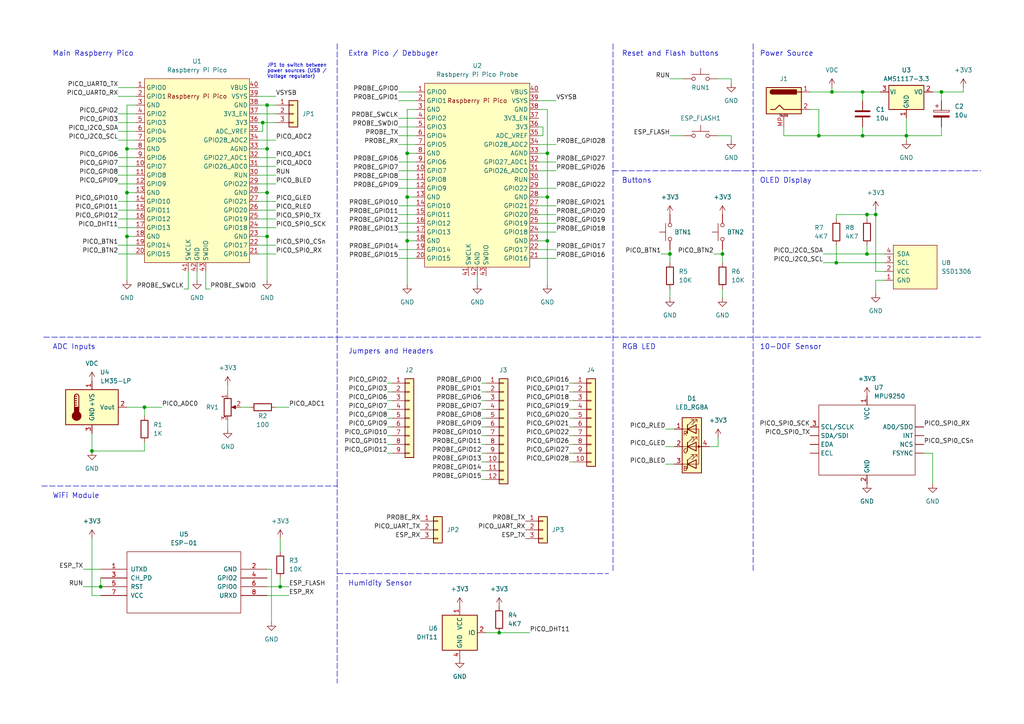
<source format=kicad_sch>
(kicad_sch (version 20211123) (generator eeschema)
  (paper "A4")
  (lib_symbols
    (symbol "Adafruit_Sensors:MPU9250"
      (property "Reference" "U" (at 0 0 0))
      (property "Value" "MPU9250" (at 0 0 0))
      (symbol "MPU9250_0_1"
        (rectangle (start -13.97 -6.35) (end 13.97 -26.67))
      )
      (symbol "MPU9250_1_1"
        (pin input line (at 16.51 -12.7 180) (length 2.54) (name "AD0/SDO") (number ""))
        (pin input line (at -16.51 -20.32 0) (length 2.54) (name "ECL") (number ""))
        (pin input line (at -16.51 -17.78 0) (length 2.54) (name "EDA") (number ""))
        (pin input line (at 16.51 -20.32 180) (length 2.54) (name "FSYNC") (number ""))
        (pin input line (at 16.51 -15.24 180) (length 2.54) (name "INT") (number ""))
        (pin input line (at 16.51 -17.78 180) (length 2.54) (name "NCS") (number ""))
        (pin input line (at -16.51 -15.24 0) (length 2.54) (name "SDA/SDI") (number ""))
        (pin input line (at 0 -3.81 270) (length 2.54) (name "VCC") (number "1"))
        (pin input line (at 0 -29.21 90) (length 2.54) (name "GND") (number "2"))
        (pin input line (at -16.51 -12.7 0) (length 2.54) (name "SCL/SCLK") (number "3"))
      )
    )
    (symbol "Connector:Barrel_Jack_MountingPin" (pin_names hide)
      (property "Reference" "J" (at 0 5.334 0))
      (property "Value" "Barrel_Jack_MountingPin" (at 1.27 -6.35 0))
      (symbol "Barrel_Jack_MountingPin_0_1"
        (rectangle (start -5.08 3.81) (end 5.08 -3.81) (stroke (width 0.254)) (fill (type background)))
        (arc (start -3.302 3.175) (mid -3.937 2.54) (end -3.302 1.905) (stroke (width 0.254)))
        (arc (start -3.302 3.175) (mid -3.937 2.54) (end -3.302 1.905) (stroke (width 0.254)) (fill (type outline)))
        (polyline (pts (xy 5.08 2.54) (xy 3.81 2.54)) (stroke (width 0.254)))
        (polyline (pts (xy -3.81 -2.54) (xy -2.54 -2.54) (xy -1.27 -1.27) (xy 0 -2.54) (xy 2.54 -2.54) (xy 5.08 -2.54)) (stroke (width 0.254)))
        (rectangle (start 3.683 3.175) (end -3.302 1.905) (stroke (width 0.254)) (fill (type outline)))
      )
      (symbol "Barrel_Jack_MountingPin_1_1"
        (polyline (pts (xy -1.016 -4.572) (xy 1.016 -4.572)) (stroke (width 0.1524)))
        (text "Mounting" (at 0 -4.191 0) (effects (font (size 0.381 0.381))))
        (pin passive line (at 7.62 2.54 180) (length 2.54) (name "~") (number "1"))
        (pin passive line (at 7.62 -2.54 180) (length 2.54) (name "~") (number "2"))
        (pin passive line (at 0 -7.62 90) (length 3.048) (name "MountPin") (number "MP"))
      )
    )
    (symbol "Connector_Generic:Conn_01x03" (pin_names (offset 1.016) hide)
      (property "Reference" "J" (at 0 5.08 0))
      (property "Value" "Conn_01x03" (at 0 -5.08 0))
      (symbol "Conn_01x03_1_1"
        (rectangle (start -1.27 -2.413) (end 0 -2.667) (stroke (width 0.1524)))
        (rectangle (start -1.27 0.127) (end 0 -0.127) (stroke (width 0.1524)))
        (rectangle (start -1.27 2.667) (end 0 2.413) (stroke (width 0.1524)))
        (rectangle (start -1.27 3.81) (end 1.27 -3.81) (stroke (width 0.254)) (fill (type background)))
        (pin passive line (at -5.08 2.54 0) (length 3.81) (name "Pin_1") (number "1"))
        (pin passive line (at -5.08 0 0) (length 3.81) (name "Pin_2") (number "2"))
        (pin passive line (at -5.08 -2.54 0) (length 3.81) (name "Pin_3") (number "3"))
      )
    )
    (symbol "Connector_Generic:Conn_01x09" (pin_names (offset 1.016) hide)
      (property "Reference" "J" (at 0 12.7 0))
      (property "Value" "Conn_01x09" (at 0 -12.7 0))
      (symbol "Conn_01x09_1_1"
        (rectangle (start -1.27 -10.033) (end 0 -10.287) (stroke (width 0.1524)))
        (rectangle (start -1.27 -7.493) (end 0 -7.747) (stroke (width 0.1524)))
        (rectangle (start -1.27 -4.953) (end 0 -5.207) (stroke (width 0.1524)))
        (rectangle (start -1.27 -2.413) (end 0 -2.667) (stroke (width 0.1524)))
        (rectangle (start -1.27 0.127) (end 0 -0.127) (stroke (width 0.1524)))
        (rectangle (start -1.27 2.667) (end 0 2.413) (stroke (width 0.1524)))
        (rectangle (start -1.27 5.207) (end 0 4.953) (stroke (width 0.1524)))
        (rectangle (start -1.27 7.747) (end 0 7.493) (stroke (width 0.1524)))
        (rectangle (start -1.27 10.287) (end 0 10.033) (stroke (width 0.1524)))
        (rectangle (start -1.27 11.43) (end 1.27 -11.43) (stroke (width 0.254)) (fill (type background)))
        (pin passive line (at -5.08 10.16 0) (length 3.81) (name "Pin_1") (number "1"))
        (pin passive line (at -5.08 7.62 0) (length 3.81) (name "Pin_2") (number "2"))
        (pin passive line (at -5.08 5.08 0) (length 3.81) (name "Pin_3") (number "3"))
        (pin passive line (at -5.08 2.54 0) (length 3.81) (name "Pin_4") (number "4"))
        (pin passive line (at -5.08 0 0) (length 3.81) (name "Pin_5") (number "5"))
        (pin passive line (at -5.08 -2.54 0) (length 3.81) (name "Pin_6") (number "6"))
        (pin passive line (at -5.08 -5.08 0) (length 3.81) (name "Pin_7") (number "7"))
        (pin passive line (at -5.08 -7.62 0) (length 3.81) (name "Pin_8") (number "8"))
        (pin passive line (at -5.08 -10.16 0) (length 3.81) (name "Pin_9") (number "9"))
      )
    )
    (symbol "Connector_Generic:Conn_01x10" (pin_names (offset 1.016) hide)
      (property "Reference" "J" (at 0 12.7 0))
      (property "Value" "Conn_01x10" (at 0 -15.24 0))
      (symbol "Conn_01x10_1_1"
        (rectangle (start -1.27 -12.573) (end 0 -12.827) (stroke (width 0.1524)))
        (rectangle (start -1.27 -10.033) (end 0 -10.287) (stroke (width 0.1524)))
        (rectangle (start -1.27 -7.493) (end 0 -7.747) (stroke (width 0.1524)))
        (rectangle (start -1.27 -4.953) (end 0 -5.207) (stroke (width 0.1524)))
        (rectangle (start -1.27 -2.413) (end 0 -2.667) (stroke (width 0.1524)))
        (rectangle (start -1.27 0.127) (end 0 -0.127) (stroke (width 0.1524)))
        (rectangle (start -1.27 2.667) (end 0 2.413) (stroke (width 0.1524)))
        (rectangle (start -1.27 5.207) (end 0 4.953) (stroke (width 0.1524)))
        (rectangle (start -1.27 7.747) (end 0 7.493) (stroke (width 0.1524)))
        (rectangle (start -1.27 10.287) (end 0 10.033) (stroke (width 0.1524)))
        (rectangle (start -1.27 11.43) (end 1.27 -13.97) (stroke (width 0.254)) (fill (type background)))
        (pin passive line (at -5.08 10.16 0) (length 3.81) (name "Pin_1") (number "1"))
        (pin passive line (at -5.08 -12.7 0) (length 3.81) (name "Pin_10") (number "10"))
        (pin passive line (at -5.08 7.62 0) (length 3.81) (name "Pin_2") (number "2"))
        (pin passive line (at -5.08 5.08 0) (length 3.81) (name "Pin_3") (number "3"))
        (pin passive line (at -5.08 2.54 0) (length 3.81) (name "Pin_4") (number "4"))
        (pin passive line (at -5.08 0 0) (length 3.81) (name "Pin_5") (number "5"))
        (pin passive line (at -5.08 -2.54 0) (length 3.81) (name "Pin_6") (number "6"))
        (pin passive line (at -5.08 -5.08 0) (length 3.81) (name "Pin_7") (number "7"))
        (pin passive line (at -5.08 -7.62 0) (length 3.81) (name "Pin_8") (number "8"))
        (pin passive line (at -5.08 -10.16 0) (length 3.81) (name "Pin_9") (number "9"))
      )
    )
    (symbol "Connector_Generic:Conn_01x12" (pin_names (offset 1.016) hide)
      (property "Reference" "J" (at 0 15.24 0))
      (property "Value" "Conn_01x12" (at 0 -17.78 0))
      (symbol "Conn_01x12_1_1"
        (rectangle (start -1.27 -15.113) (end 0 -15.367) (stroke (width 0.1524)))
        (rectangle (start -1.27 -12.573) (end 0 -12.827) (stroke (width 0.1524)))
        (rectangle (start -1.27 -10.033) (end 0 -10.287) (stroke (width 0.1524)))
        (rectangle (start -1.27 -7.493) (end 0 -7.747) (stroke (width 0.1524)))
        (rectangle (start -1.27 -4.953) (end 0 -5.207) (stroke (width 0.1524)))
        (rectangle (start -1.27 -2.413) (end 0 -2.667) (stroke (width 0.1524)))
        (rectangle (start -1.27 0.127) (end 0 -0.127) (stroke (width 0.1524)))
        (rectangle (start -1.27 2.667) (end 0 2.413) (stroke (width 0.1524)))
        (rectangle (start -1.27 5.207) (end 0 4.953) (stroke (width 0.1524)))
        (rectangle (start -1.27 7.747) (end 0 7.493) (stroke (width 0.1524)))
        (rectangle (start -1.27 10.287) (end 0 10.033) (stroke (width 0.1524)))
        (rectangle (start -1.27 12.827) (end 0 12.573) (stroke (width 0.1524)))
        (rectangle (start -1.27 13.97) (end 1.27 -16.51) (stroke (width 0.254)) (fill (type background)))
        (pin passive line (at -5.08 12.7 0) (length 3.81) (name "Pin_1") (number "1"))
        (pin passive line (at -5.08 -10.16 0) (length 3.81) (name "Pin_10") (number "10"))
        (pin passive line (at -5.08 -12.7 0) (length 3.81) (name "Pin_11") (number "11"))
        (pin passive line (at -5.08 -15.24 0) (length 3.81) (name "Pin_12") (number "12"))
        (pin passive line (at -5.08 10.16 0) (length 3.81) (name "Pin_2") (number "2"))
        (pin passive line (at -5.08 7.62 0) (length 3.81) (name "Pin_3") (number "3"))
        (pin passive line (at -5.08 5.08 0) (length 3.81) (name "Pin_4") (number "4"))
        (pin passive line (at -5.08 2.54 0) (length 3.81) (name "Pin_5") (number "5"))
        (pin passive line (at -5.08 0 0) (length 3.81) (name "Pin_6") (number "6"))
        (pin passive line (at -5.08 -2.54 0) (length 3.81) (name "Pin_7") (number "7"))
        (pin passive line (at -5.08 -5.08 0) (length 3.81) (name "Pin_8") (number "8"))
        (pin passive line (at -5.08 -7.62 0) (length 3.81) (name "Pin_9") (number "9"))
      )
    )
    (symbol "Device:C" (pin_numbers hide) (pin_names (offset 0.254))
      (property "Reference" "C" (at 0.635 2.54 0))
      (property "Value" "C" (at 0.635 -2.54 0))
      (symbol "C_0_1"
        (polyline (pts (xy -2.032 -0.762) (xy 2.032 -0.762)) (stroke (width 0.508)))
        (polyline (pts (xy -2.032 0.762) (xy 2.032 0.762)) (stroke (width 0.508)))
      )
      (symbol "C_1_1"
        (pin passive line (at 0 3.81 270) (length 2.794) (name "~") (number "1"))
        (pin passive line (at 0 -3.81 90) (length 2.794) (name "~") (number "2"))
      )
    )
    (symbol "Device:C_Polarized" (pin_numbers hide) (pin_names (offset 0.254))
      (property "Reference" "C" (at 0.635 2.54 0))
      (property "Value" "C_Polarized" (at 0.635 -2.54 0))
      (symbol "C_Polarized_0_1"
        (rectangle (start -2.286 0.508) (end 2.286 1.016))
        (polyline (pts (xy -1.778 2.286) (xy -0.762 2.286)))
        (polyline (pts (xy -1.27 2.794) (xy -1.27 1.778)))
        (rectangle (start 2.286 -0.508) (end -2.286 -1.016) (fill (type outline)))
      )
      (symbol "C_Polarized_1_1"
        (pin passive line (at 0 3.81 270) (length 2.794) (name "~") (number "1"))
        (pin passive line (at 0 -3.81 90) (length 2.794) (name "~") (number "2"))
      )
    )
    (symbol "Device:LED_RGBA" (pin_names (offset 0) hide)
      (property "Reference" "D" (at 0 9.398 0))
      (property "Value" "LED_RGBA" (at 0 -8.89 0))
      (symbol "LED_RGBA_0_0"
        (text "B" (at -1.905 -6.35 0) (effects (font (size 1.27 1.27))))
        (text "G" (at -1.905 -1.27 0) (effects (font (size 1.27 1.27))))
        (text "R" (at -1.905 3.81 0) (effects (font (size 1.27 1.27))))
      )
      (symbol "LED_RGBA_0_1"
        (polyline (pts (xy -1.27 -5.08) (xy -2.54 -5.08)))
        (polyline (pts (xy -1.27 -5.08) (xy 1.27 -5.08)))
        (polyline (pts (xy -1.27 -3.81) (xy -1.27 -6.35)) (stroke (width 0.254)))
        (polyline (pts (xy -1.27 0) (xy -2.54 0)))
        (polyline (pts (xy -1.27 1.27) (xy -1.27 -1.27)) (stroke (width 0.254)))
        (polyline (pts (xy -1.27 5.08) (xy -2.54 5.08)))
        (polyline (pts (xy -1.27 5.08) (xy 1.27 5.08)))
        (polyline (pts (xy -1.27 6.35) (xy -1.27 3.81)) (stroke (width 0.254)))
        (polyline (pts (xy 1.27 0) (xy -1.27 0)))
        (polyline (pts (xy 1.27 0) (xy 2.54 0)))
        (polyline (pts (xy -1.27 1.27) (xy -1.27 -1.27) (xy -1.27 -1.27)))
        (polyline (pts (xy -1.27 6.35) (xy -1.27 3.81) (xy -1.27 3.81)))
        (polyline (pts (xy 1.27 -5.08) (xy 2.032 -5.08) (xy 2.032 5.08) (xy 1.27 5.08)))
        (polyline (pts (xy 1.27 -3.81) (xy 1.27 -6.35) (xy -1.27 -5.08) (xy 1.27 -3.81)) (stroke (width 0.254)))
        (polyline (pts (xy 1.27 1.27) (xy 1.27 -1.27) (xy -1.27 0) (xy 1.27 1.27)) (stroke (width 0.254)))
        (polyline (pts (xy 1.27 6.35) (xy 1.27 3.81) (xy -1.27 5.08) (xy 1.27 6.35)) (stroke (width 0.254)))
        (polyline (pts (xy -1.016 -3.81) (xy 0.508 -2.286) (xy -0.254 -2.286) (xy 0.508 -2.286) (xy 0.508 -3.048)))
        (polyline (pts (xy -1.016 1.27) (xy 0.508 2.794) (xy -0.254 2.794) (xy 0.508 2.794) (xy 0.508 2.032)))
        (polyline (pts (xy -1.016 6.35) (xy 0.508 7.874) (xy -0.254 7.874) (xy 0.508 7.874) (xy 0.508 7.112)))
        (polyline (pts (xy 0 -3.81) (xy 1.524 -2.286) (xy 0.762 -2.286) (xy 1.524 -2.286) (xy 1.524 -3.048)))
        (polyline (pts (xy 0 1.27) (xy 1.524 2.794) (xy 0.762 2.794) (xy 1.524 2.794) (xy 1.524 2.032)))
        (polyline (pts (xy 0 6.35) (xy 1.524 7.874) (xy 0.762 7.874) (xy 1.524 7.874) (xy 1.524 7.112)))
        (rectangle (start 1.27 -1.27) (end 1.27 1.27))
        (rectangle (start 1.27 1.27) (end 1.27 1.27))
        (rectangle (start 1.27 3.81) (end 1.27 6.35))
        (rectangle (start 1.27 6.35) (end 1.27 6.35))
        (circle (center 2.032 0) (radius 0.254) (fill (type outline)))
        (rectangle (start 2.794 8.382) (end -2.794 -7.62) (stroke (width 0.254)) (fill (type background)))
      )
      (symbol "LED_RGBA_1_1"
        (pin passive line (at -5.08 5.08 0) (length 2.54) (name "RK") (number "1"))
        (pin passive line (at -5.08 0 0) (length 2.54) (name "GK") (number "2"))
        (pin passive line (at -5.08 -5.08 0) (length 2.54) (name "BK") (number "3"))
        (pin passive line (at 5.08 0 180) (length 2.54) (name "A") (number "4"))
      )
    )
    (symbol "Device:R" (pin_numbers hide) (pin_names (offset 0))
      (property "Reference" "R" (at 2.032 0 90))
      (property "Value" "R" (at 0 0 90))
      (symbol "R_0_1"
        (rectangle (start -1.016 -2.54) (end 1.016 2.54) (stroke (width 0.254)))
      )
      (symbol "R_1_1"
        (pin passive line (at 0 3.81 270) (length 1.27) (name "~") (number "1"))
        (pin passive line (at 0 -3.81 90) (length 1.27) (name "~") (number "2"))
      )
    )
    (symbol "Device:R_Potentiometer" (pin_names (offset 1.016) hide)
      (property "Reference" "RV" (at -4.445 0 90))
      (property "Value" "R_Potentiometer" (at -2.54 0 90))
      (symbol "R_Potentiometer_0_1"
        (polyline (pts (xy 2.54 0) (xy 1.524 0)))
        (polyline (pts (xy 1.143 0) (xy 2.286 0.508) (xy 2.286 -0.508) (xy 1.143 0)) (fill (type outline)))
        (rectangle (start 1.016 2.54) (end -1.016 -2.54) (stroke (width 0.254)))
      )
      (symbol "R_Potentiometer_1_1"
        (pin passive line (at 0 3.81 270) (length 1.27) (name "1") (number "1"))
        (pin passive line (at 3.81 0 180) (length 1.27) (name "2") (number "2"))
        (pin passive line (at 0 -3.81 90) (length 1.27) (name "3") (number "3"))
      )
    )
    (symbol "ESP8266:ESP-01v090" (pin_names (offset 1.016))
      (property "Reference" "U" (at 0 -2.54 0))
      (property "Value" "ESP-01v090" (at 0 2.54 0))
      (symbol "ESP-01v090_1_0"
        (rectangle (start -16.51 -8.89) (end 16.51 8.89))
      )
      (symbol "ESP-01v090_1_1"
        (pin output line (at -24.13 3.81 0) (length 7.62) (name "UTXD") (number "1"))
        (pin power_in line (at 24.13 3.81 180) (length 7.62) (name "GND") (number "2"))
        (pin input line (at -24.13 1.27 0) (length 7.62) (name "CH_PD") (number "3"))
        (pin tri_state line (at 24.13 1.27 180) (length 7.62) (name "GPIO2") (number "4"))
        (pin input line (at -24.13 -1.27 0) (length 7.62) (name "RST") (number "5"))
        (pin tri_state line (at 24.13 -1.27 180) (length 7.62) (name "GPIO0") (number "6"))
        (pin power_in line (at -24.13 -3.81 0) (length 7.62) (name "VCC") (number "7"))
        (pin input line (at 24.13 -3.81 180) (length 7.62) (name "URXD") (number "8"))
      )
    )
    (symbol "MCU_RaspberryPi_and_Boards:Pico"
      (property "Reference" "U" (at -13.97 27.94 0))
      (property "Value" "Pico" (at 0 19.05 0))
      (symbol "Pico_0_0"
        (text "Raspberry Pi Pico" (at 0 21.59 0) (effects (font (size 1.27 1.27))))
      )
      (symbol "Pico_0_1"
        (rectangle (start -15.24 26.67) (end 15.24 -26.67) (fill (type background)))
      )
      (symbol "Pico_1_1"
        (pin bidirectional line (at -17.78 24.13 0) (length 2.54) (name "GPIO0") (number "1"))
        (pin bidirectional line (at -17.78 1.27 0) (length 2.54) (name "GPIO7") (number "10"))
        (pin bidirectional line (at -17.78 -1.27 0) (length 2.54) (name "GPIO8") (number "11"))
        (pin bidirectional line (at -17.78 -3.81 0) (length 2.54) (name "GPIO9") (number "12"))
        (pin power_in line (at -17.78 -6.35 0) (length 2.54) (name "GND") (number "13"))
        (pin bidirectional line (at -17.78 -8.89 0) (length 2.54) (name "GPIO10") (number "14"))
        (pin bidirectional line (at -17.78 -11.43 0) (length 2.54) (name "GPIO11") (number "15"))
        (pin bidirectional line (at -17.78 -13.97 0) (length 2.54) (name "GPIO12") (number "16"))
        (pin bidirectional line (at -17.78 -16.51 0) (length 2.54) (name "GPIO13") (number "17"))
        (pin power_in line (at -17.78 -19.05 0) (length 2.54) (name "GND") (number "18"))
        (pin bidirectional line (at -17.78 -21.59 0) (length 2.54) (name "GPIO14") (number "19"))
        (pin bidirectional line (at -17.78 21.59 0) (length 2.54) (name "GPIO1") (number "2"))
        (pin bidirectional line (at -17.78 -24.13 0) (length 2.54) (name "GPIO15") (number "20"))
        (pin bidirectional line (at 17.78 -24.13 180) (length 2.54) (name "GPIO16") (number "21"))
        (pin bidirectional line (at 17.78 -21.59 180) (length 2.54) (name "GPIO17") (number "22"))
        (pin power_in line (at 17.78 -19.05 180) (length 2.54) (name "GND") (number "23"))
        (pin bidirectional line (at 17.78 -16.51 180) (length 2.54) (name "GPIO18") (number "24"))
        (pin bidirectional line (at 17.78 -13.97 180) (length 2.54) (name "GPIO19") (number "25"))
        (pin bidirectional line (at 17.78 -11.43 180) (length 2.54) (name "GPIO20") (number "26"))
        (pin bidirectional line (at 17.78 -8.89 180) (length 2.54) (name "GPIO21") (number "27"))
        (pin power_in line (at 17.78 -6.35 180) (length 2.54) (name "GND") (number "28"))
        (pin bidirectional line (at 17.78 -3.81 180) (length 2.54) (name "GPIO22") (number "29"))
        (pin power_in line (at -17.78 19.05 0) (length 2.54) (name "GND") (number "3"))
        (pin input line (at 17.78 -1.27 180) (length 2.54) (name "RUN") (number "30"))
        (pin bidirectional line (at 17.78 1.27 180) (length 2.54) (name "GPIO26_ADC0") (number "31"))
        (pin bidirectional line (at 17.78 3.81 180) (length 2.54) (name "GPIO27_ADC1") (number "32"))
        (pin power_in line (at 17.78 6.35 180) (length 2.54) (name "AGND") (number "33"))
        (pin bidirectional line (at 17.78 8.89 180) (length 2.54) (name "GPIO28_ADC2") (number "34"))
        (pin power_in line (at 17.78 11.43 180) (length 2.54) (name "ADC_VREF") (number "35"))
        (pin power_in line (at 17.78 13.97 180) (length 2.54) (name "3V3") (number "36"))
        (pin input line (at 17.78 16.51 180) (length 2.54) (name "3V3_EN") (number "37"))
        (pin bidirectional line (at 17.78 19.05 180) (length 2.54) (name "GND") (number "38"))
        (pin power_in line (at 17.78 21.59 180) (length 2.54) (name "VSYS") (number "39"))
        (pin bidirectional line (at -17.78 16.51 0) (length 2.54) (name "GPIO2") (number "4"))
        (pin power_in line (at 17.78 24.13 180) (length 2.54) (name "VBUS") (number "40"))
        (pin input line (at -2.54 -29.21 90) (length 2.54) (name "SWCLK") (number "41"))
        (pin power_in line (at 0 -29.21 90) (length 2.54) (name "GND") (number "42"))
        (pin bidirectional line (at 2.54 -29.21 90) (length 2.54) (name "SWDIO") (number "43"))
        (pin bidirectional line (at -17.78 13.97 0) (length 2.54) (name "GPIO3") (number "5"))
        (pin bidirectional line (at -17.78 11.43 0) (length 2.54) (name "GPIO4") (number "6"))
        (pin bidirectional line (at -17.78 8.89 0) (length 2.54) (name "GPIO5") (number "7"))
        (pin power_in line (at -17.78 6.35 0) (length 2.54) (name "GND") (number "8"))
        (pin bidirectional line (at -17.78 3.81 0) (length 2.54) (name "GPIO6") (number "9"))
      )
    )
    (symbol "Regulator_Linear:AMS1117-3.3" (pin_names (offset 0.254))
      (property "Reference" "U" (at -3.81 3.175 0))
      (property "Value" "AMS1117-3.3" (at 0 3.175 0))
      (symbol "AMS1117-3.3_0_1"
        (rectangle (start -5.08 -5.08) (end 5.08 1.905) (stroke (width 0.254)) (fill (type background)))
      )
      (symbol "AMS1117-3.3_1_1"
        (pin power_in line (at 0 -7.62 90) (length 2.54) (name "GND") (number "1"))
        (pin power_out line (at 7.62 0 180) (length 2.54) (name "VO") (number "2"))
        (pin power_in line (at -7.62 0 0) (length 2.54) (name "VI") (number "3"))
      )
    )
    (symbol "SSD1306-128x64_OLED:SSD1306" (pin_names (offset 1.016))
      (property "Reference" "Brd" (at 0 -3.81 0))
      (property "Value" "SSD1306" (at 0 -1.27 0))
      (symbol "SSD1306_0_1"
        (rectangle (start -6.35 6.35) (end 6.35 -6.35) (fill (type background)))
      )
      (symbol "SSD1306_1_1"
        (pin input line (at -3.81 8.89 270) (length 2.54) (name "GND") (number "1"))
        (pin input line (at -1.27 8.89 270) (length 2.54) (name "VCC") (number "2"))
        (pin input line (at 1.27 8.89 270) (length 2.54) (name "SCL") (number "3"))
        (pin input line (at 3.81 8.89 270) (length 2.54) (name "SDA") (number "4"))
      )
    )
    (symbol "Sensor:DHT11"
      (property "Reference" "U" (at -3.81 6.35 0))
      (property "Value" "DHT11" (at 3.81 6.35 0))
      (symbol "DHT11_0_1"
        (rectangle (start -5.08 5.08) (end 5.08 -5.08) (stroke (width 0.254)) (fill (type background)))
      )
      (symbol "DHT11_1_1"
        (pin power_in line (at 0 7.62 270) (length 2.54) (name "VCC") (number "1"))
        (pin bidirectional line (at 7.62 0 180) (length 2.54) (name "IO") (number "2"))
        (pin no_connect line (at -5.08 0 0) (length 2.54) hide (name "NC") (number "3"))
        (pin power_in line (at 0 -7.62 90) (length 2.54) (name "GND") (number "4"))
      )
    )
    (symbol "Sensor_Temperature:LM35-LP" (pin_names (offset 1.016))
      (property "Reference" "U" (at -6.35 6.35 0))
      (property "Value" "LM35-LP" (at 1.27 6.35 0))
      (symbol "LM35-LP_0_1"
        (rectangle (start -7.62 5.08) (end 7.62 -5.08) (stroke (width 0.254)) (fill (type background)))
        (circle (center -4.445 -2.54) (radius 1.27) (stroke (width 0.254)) (fill (type outline)))
        (rectangle (start -3.81 -1.905) (end -5.08 0) (stroke (width 0.254)) (fill (type outline)))
        (arc (start -3.81 3.175) (mid -4.445 3.81) (end -5.08 3.175) (stroke (width 0.254)))
        (polyline (pts (xy -5.08 0.635) (xy -4.445 0.635)) (stroke (width 0.254)))
        (polyline (pts (xy -5.08 1.27) (xy -4.445 1.27)) (stroke (width 0.254)))
        (polyline (pts (xy -5.08 1.905) (xy -4.445 1.905)) (stroke (width 0.254)))
        (polyline (pts (xy -5.08 2.54) (xy -4.445 2.54)) (stroke (width 0.254)))
        (polyline (pts (xy -5.08 3.175) (xy -5.08 0)) (stroke (width 0.254)))
        (polyline (pts (xy -5.08 3.175) (xy -4.445 3.175)) (stroke (width 0.254)))
        (polyline (pts (xy -3.81 3.175) (xy -3.81 0)) (stroke (width 0.254)))
      )
      (symbol "LM35-LP_1_1"
        (pin power_in line (at 0 7.62 270) (length 2.54) (name "+VS") (number "1"))
        (pin output line (at 10.16 0 180) (length 2.54) (name "Vout") (number "2"))
        (pin power_in line (at 0 -7.62 90) (length 2.54) (name "GND") (number "3"))
      )
    )
    (symbol "Switch:SW_Push" (pin_numbers hide) (pin_names (offset 1.016) hide)
      (property "Reference" "SW" (at 1.27 2.54 0))
      (property "Value" "SW_Push" (at 0 -1.524 0))
      (symbol "SW_Push_0_1"
        (circle (center -2.032 0) (radius 0.508))
        (polyline (pts (xy 0 1.27) (xy 0 3.048)))
        (polyline (pts (xy 2.54 1.27) (xy -2.54 1.27)))
        (circle (center 2.032 0) (radius 0.508))
        (pin passive line (at -5.08 0 0) (length 2.54) (name "1") (number "1"))
        (pin passive line (at 5.08 0 180) (length 2.54) (name "2") (number "2"))
      )
    )
    (symbol "power:+3.3V" (power) (pin_names (offset 0))
      (property "Value" "+3.3V" (at 0 3.556 0))
      (symbol "+3.3V_0_1"
        (polyline (pts (xy -0.762 1.27) (xy 0 2.54)))
        (polyline (pts (xy 0 0) (xy 0 2.54)))
        (polyline (pts (xy 0 2.54) (xy 0.762 1.27)))
      )
      (symbol "+3.3V_1_1"
        (pin power_in line (at 0 0 90) (length 0) hide (name "+3V3") (number "1"))
      )
    )
    (symbol "power:GND" (power) (pin_names (offset 0))
      (property "Value" "GND" (at 0 -3.81 0))
      (symbol "GND_0_1"
        (polyline (pts (xy 0 0) (xy 0 -1.27) (xy 1.27 -1.27) (xy 0 -2.54) (xy -1.27 -1.27) (xy 0 -1.27)))
      )
      (symbol "GND_1_1"
        (pin power_in line (at 0 0 270) (length 0) hide (name "GND") (number "1"))
      )
    )
    (symbol "power:VDC" (power) (pin_names (offset 0))
      (property "Value" "VDC" (at 0 6.35 0))
      (symbol "VDC_0_1"
        (polyline (pts (xy -0.762 1.27) (xy 0 2.54)))
        (polyline (pts (xy 0 0) (xy 0 2.54)))
        (polyline (pts (xy 0 2.54) (xy 0.762 1.27)))
      )
      (symbol "VDC_1_1"
        (pin power_in line (at 0 0 90) (length 0) hide (name "VDC") (number "1"))
      )
    )
  )
  (junction (at 144.78 183.515))
  (junction (at 250.19 26.67))
  (junction (at 254 62.23))
  (junction (at 77.47 30.48))
  (junction (at 36.83 68.58))
  (junction (at 262.89 39.37))
  (junction (at 77.47 55.88))
  (junction (at 29.21 170.18))
  (junction (at 118.11 69.85))
  (junction (at 194.31 73.66))
  (junction (at 36.83 43.18))
  (junction (at 76.2 35.56))
  (junction (at 26.67 130.81))
  (junction (at 237.49 39.37))
  (junction (at 158.75 57.15))
  (junction (at 158.75 69.85))
  (junction (at 118.11 57.15))
  (junction (at 81.28 170.18))
  (junction (at 118.11 44.45))
  (junction (at 77.47 68.58))
  (junction (at 209.55 73.66))
  (junction (at 251.46 73.66))
  (junction (at 36.83 55.88))
  (junction (at 251.46 62.23))
  (junction (at 241.3 26.67))
  (junction (at 77.47 43.18))
  (junction (at 273.05 26.67))
  (junction (at 41.91 118.11))
  (junction (at 158.75 44.45))
  (junction (at 250.19 39.37))
  (junction (at 242.57 76.2))
  (wire (pts (xy 26.67 130.81) (xy 26.67 125.73)))
  (wire (pts (xy 34.29 48.26) (xy 39.37 48.26)))
  (wire (pts (xy 66.04 111.76) (xy 66.04 114.3)))
  (wire (pts (xy 165.1 128.905) (xy 166.37 128.905)))
  (wire (pts (xy 250.19 39.37) (xy 237.49 39.37)))
  (wire (pts (xy 279.4 25.4) (xy 279.4 26.67)))
  (wire (pts (xy 156.21 44.45) (xy 158.75 44.45)))
  (wire (pts (xy 251.46 71.12) (xy 251.46 73.66)))
  (wire (pts (xy 238.76 76.2) (xy 242.57 76.2)))
  (wire (pts (xy 139.7 128.905) (xy 140.97 128.905)))
  (wire (pts (xy 81.28 167.64) (xy 81.28 170.18)))
  (wire (pts (xy 254 81.28) (xy 256.54 81.28)))
  (wire (pts (xy 24.13 170.18) (xy 29.21 170.18)))
  (wire (pts (xy 227.33 39.37) (xy 237.49 39.37)))
  (wire (pts (xy 112.395 118.745) (xy 113.665 118.745)))
  (wire (pts (xy 279.4 26.67) (xy 273.05 26.67)))
  (wire (pts (xy 76.2 38.1) (xy 76.2 35.56)))
  (wire (pts (xy 158.75 57.15) (xy 158.75 44.45)))
  (wire (pts (xy 112.395 121.285) (xy 113.665 121.285)))
  (wire (pts (xy 34.29 71.12) (xy 39.37 71.12)))
  (wire (pts (xy 156.21 41.91) (xy 161.29 41.91)))
  (wire (pts (xy 77.47 55.88) (xy 77.47 43.18)))
  (wire (pts (xy 118.11 69.85) (xy 118.11 82.55)))
  (wire (pts (xy 194.31 83.82) (xy 194.31 86.36)))
  (polyline (pts (xy 97.79 139.7) (xy 97.79 198.12)))
  (wire (pts (xy 74.93 68.58) (xy 77.47 68.58)))
  (wire (pts (xy 158.75 82.55) (xy 158.75 69.85)))
  (wire (pts (xy 139.7 116.205) (xy 140.97 116.205)))
  (wire (pts (xy 273.05 39.37) (xy 262.89 39.37)))
  (wire (pts (xy 118.11 69.85) (xy 120.65 69.85)))
  (polyline (pts (xy 97.79 97.79) (xy 97.79 139.7)))
  (wire (pts (xy 115.57 67.31) (xy 120.65 67.31)))
  (wire (pts (xy 24.13 165.1) (xy 29.21 165.1)))
  (wire (pts (xy 112.395 116.205) (xy 113.665 116.205)))
  (wire (pts (xy 157.48 36.83) (xy 156.21 36.83)))
  (wire (pts (xy 209.55 83.82) (xy 209.55 86.36)))
  (wire (pts (xy 74.93 35.56) (xy 76.2 35.56)))
  (wire (pts (xy 254 62.23) (xy 254 78.74)))
  (wire (pts (xy 212.09 22.86) (xy 208.28 22.86)))
  (wire (pts (xy 34.29 63.5) (xy 39.37 63.5)))
  (wire (pts (xy 118.11 44.45) (xy 118.11 31.75)))
  (wire (pts (xy 115.57 59.69) (xy 120.65 59.69)))
  (wire (pts (xy 208.28 129.54) (xy 205.74 129.54)))
  (wire (pts (xy 115.57 49.53) (xy 120.65 49.53)))
  (wire (pts (xy 112.395 113.665) (xy 113.665 113.665)))
  (wire (pts (xy 115.57 64.77) (xy 120.65 64.77)))
  (wire (pts (xy 41.91 130.81) (xy 26.67 130.81)))
  (wire (pts (xy 29.21 167.64) (xy 29.21 170.18)))
  (wire (pts (xy 194.31 72.39) (xy 194.31 73.66)))
  (wire (pts (xy 156.21 69.85) (xy 158.75 69.85)))
  (wire (pts (xy 250.19 26.67) (xy 250.19 29.21)))
  (wire (pts (xy 76.2 35.56) (xy 80.01 35.56)))
  (wire (pts (xy 115.57 62.23) (xy 120.65 62.23)))
  (wire (pts (xy 193.04 129.54) (xy 195.58 129.54)))
  (polyline (pts (xy 218.44 12.7) (xy 218.44 140.97)))
  (wire (pts (xy 115.57 34.29) (xy 120.65 34.29)))
  (wire (pts (xy 156.21 59.69) (xy 161.29 59.69)))
  (wire (pts (xy 77.47 172.72) (xy 83.82 172.72)))
  (wire (pts (xy 140.97 183.515) (xy 144.78 183.515)))
  (wire (pts (xy 77.47 81.28) (xy 77.47 68.58)))
  (wire (pts (xy 165.1 118.745) (xy 166.37 118.745)))
  (wire (pts (xy 212.09 24.13) (xy 212.09 22.86)))
  (polyline (pts (xy 218.44 140.97) (xy 218.44 165.735)))
  (wire (pts (xy 207.01 73.66) (xy 209.55 73.66)))
  (wire (pts (xy 81.28 170.18) (xy 83.82 170.18)))
  (wire (pts (xy 81.28 156.21) (xy 81.28 160.02)))
  (wire (pts (xy 34.29 66.04) (xy 39.37 66.04)))
  (wire (pts (xy 34.29 38.1) (xy 39.37 38.1)))
  (polyline (pts (xy 97.79 166.37) (xy 176.53 166.37)))
  (wire (pts (xy 74.93 33.02) (xy 80.01 33.02)))
  (wire (pts (xy 36.83 55.88) (xy 36.83 43.18)))
  (wire (pts (xy 273.05 26.67) (xy 270.51 26.67)))
  (wire (pts (xy 77.47 30.48) (xy 80.01 30.48)))
  (wire (pts (xy 54.61 78.74) (xy 54.61 83.82)))
  (wire (pts (xy 242.57 62.23) (xy 251.46 62.23)))
  (wire (pts (xy 139.7 133.985) (xy 140.97 133.985)))
  (wire (pts (xy 36.83 68.58) (xy 36.83 55.88)))
  (wire (pts (xy 41.91 120.65) (xy 41.91 118.11)))
  (wire (pts (xy 74.93 43.18) (xy 77.47 43.18)))
  (wire (pts (xy 34.29 58.42) (xy 39.37 58.42)))
  (wire (pts (xy 115.57 26.67) (xy 120.65 26.67)))
  (wire (pts (xy 74.93 60.96) (xy 80.01 60.96)))
  (wire (pts (xy 254 78.74) (xy 256.54 78.74)))
  (wire (pts (xy 165.1 116.205) (xy 166.37 116.205)))
  (polyline (pts (xy 213.36 49.53) (xy 284.48 49.53)))
  (wire (pts (xy 254 85.09) (xy 254 81.28)))
  (wire (pts (xy 255.27 26.67) (xy 250.19 26.67)))
  (wire (pts (xy 262.89 39.37) (xy 262.89 40.64)))
  (wire (pts (xy 112.395 123.825) (xy 113.665 123.825)))
  (wire (pts (xy 156.21 67.31) (xy 161.29 67.31)))
  (wire (pts (xy 156.21 54.61) (xy 161.29 54.61)))
  (wire (pts (xy 115.57 39.37) (xy 120.65 39.37)))
  (wire (pts (xy 270.51 140.335) (xy 270.51 131.445)))
  (wire (pts (xy 74.93 48.26) (xy 80.01 48.26)))
  (wire (pts (xy 139.7 126.365) (xy 140.97 126.365)))
  (polyline (pts (xy 97.79 12.7) (xy 97.79 97.79)))
  (wire (pts (xy 242.57 76.2) (xy 256.54 76.2)))
  (wire (pts (xy 251.46 73.66) (xy 256.54 73.66)))
  (wire (pts (xy 194.31 22.86) (xy 198.12 22.86)))
  (wire (pts (xy 115.57 74.93) (xy 120.65 74.93)))
  (wire (pts (xy 112.395 126.365) (xy 113.665 126.365)))
  (wire (pts (xy 212.09 40.64) (xy 212.09 39.37)))
  (wire (pts (xy 78.74 180.34) (xy 78.74 165.1)))
  (wire (pts (xy 74.93 73.66) (xy 80.01 73.66)))
  (wire (pts (xy 34.29 27.94) (xy 39.37 27.94)))
  (wire (pts (xy 34.29 53.34) (xy 39.37 53.34)))
  (wire (pts (xy 194.31 73.66) (xy 194.31 76.2)))
  (wire (pts (xy 273.05 29.21) (xy 273.05 26.67)))
  (wire (pts (xy 165.1 131.445) (xy 166.37 131.445)))
  (wire (pts (xy 74.93 50.8) (xy 80.01 50.8)))
  (wire (pts (xy 250.19 36.83) (xy 250.19 39.37)))
  (wire (pts (xy 209.55 72.39) (xy 209.55 73.66)))
  (wire (pts (xy 69.85 118.11) (xy 72.39 118.11)))
  (wire (pts (xy 36.83 81.28) (xy 36.83 68.58)))
  (wire (pts (xy 74.93 53.34) (xy 80.01 53.34)))
  (wire (pts (xy 250.19 39.37) (xy 262.89 39.37)))
  (wire (pts (xy 36.83 43.18) (xy 39.37 43.18)))
  (wire (pts (xy 158.75 69.85) (xy 158.75 57.15)))
  (wire (pts (xy 66.04 124.46) (xy 66.04 121.92)))
  (wire (pts (xy 34.29 33.02) (xy 39.37 33.02)))
  (wire (pts (xy 139.7 131.445) (xy 140.97 131.445)))
  (wire (pts (xy 158.75 31.75) (xy 156.21 31.75)))
  (wire (pts (xy 156.21 39.37) (xy 157.48 39.37)))
  (wire (pts (xy 242.57 63.5) (xy 242.57 62.23)))
  (wire (pts (xy 191.77 73.66) (xy 194.31 73.66)))
  (wire (pts (xy 41.91 118.11) (xy 46.99 118.11)))
  (wire (pts (xy 251.46 62.23) (xy 251.46 63.5)))
  (wire (pts (xy 156.21 72.39) (xy 161.29 72.39)))
  (wire (pts (xy 57.15 78.74) (xy 57.15 81.28)))
  (wire (pts (xy 80.01 118.11) (xy 83.82 118.11)))
  (wire (pts (xy 156.21 74.93) (xy 161.29 74.93)))
  (wire (pts (xy 144.78 183.515) (xy 153.67 183.515)))
  (polyline (pts (xy 177.8 49.53) (xy 213.36 49.53)))
  (wire (pts (xy 165.1 133.985) (xy 166.37 133.985)))
  (wire (pts (xy 112.395 131.445) (xy 113.665 131.445)))
  (wire (pts (xy 34.29 40.64) (xy 39.37 40.64)))
  (wire (pts (xy 77.47 68.58) (xy 77.47 55.88)))
  (wire (pts (xy 59.69 83.82) (xy 60.96 83.82)))
  (wire (pts (xy 112.395 111.125) (xy 113.665 111.125)))
  (wire (pts (xy 77.47 30.48) (xy 74.93 30.48)))
  (wire (pts (xy 118.11 44.45) (xy 118.11 57.15)))
  (wire (pts (xy 241.3 26.67) (xy 250.19 26.67)))
  (wire (pts (xy 118.11 44.45) (xy 120.65 44.45)))
  (wire (pts (xy 34.29 25.4) (xy 39.37 25.4)))
  (wire (pts (xy 34.29 45.72) (xy 39.37 45.72)))
  (wire (pts (xy 241.3 25.4) (xy 241.3 26.67)))
  (wire (pts (xy 156.21 29.21) (xy 161.29 29.21)))
  (wire (pts (xy 34.29 60.96) (xy 39.37 60.96)))
  (wire (pts (xy 227.33 36.83) (xy 227.33 39.37)))
  (wire (pts (xy 139.7 118.745) (xy 140.97 118.745)))
  (wire (pts (xy 242.57 71.12) (xy 242.57 76.2)))
  (wire (pts (xy 115.57 36.83) (xy 120.65 36.83)))
  (wire (pts (xy 53.34 83.82) (xy 54.61 83.82)))
  (wire (pts (xy 34.29 73.66) (xy 39.37 73.66)))
  (wire (pts (xy 74.93 27.94) (xy 80.01 27.94)))
  (wire (pts (xy 157.48 39.37) (xy 157.48 36.83)))
  (wire (pts (xy 115.57 29.21) (xy 120.65 29.21)))
  (polyline (pts (xy 12.7 97.79) (xy 97.79 97.79)))
  (wire (pts (xy 237.49 31.75) (xy 234.95 31.75)))
  (wire (pts (xy 165.1 111.125) (xy 166.37 111.125)))
  (wire (pts (xy 120.65 57.15) (xy 118.11 57.15)))
  (wire (pts (xy 237.49 39.37) (xy 237.49 31.75)))
  (wire (pts (xy 156.21 57.15) (xy 158.75 57.15)))
  (wire (pts (xy 41.91 118.11) (xy 36.83 118.11)))
  (wire (pts (xy 212.09 39.37) (xy 208.28 39.37)))
  (wire (pts (xy 77.47 170.18) (xy 81.28 170.18)))
  (wire (pts (xy 74.93 58.42) (xy 80.01 58.42)))
  (wire (pts (xy 194.31 39.37) (xy 198.12 39.37)))
  (wire (pts (xy 78.74 165.1) (xy 77.47 165.1)))
  (wire (pts (xy 74.93 38.1) (xy 76.2 38.1)))
  (wire (pts (xy 238.76 73.66) (xy 251.46 73.66)))
  (wire (pts (xy 115.57 72.39) (xy 120.65 72.39)))
  (wire (pts (xy 270.51 131.445) (xy 267.97 131.445)))
  (wire (pts (xy 115.57 46.99) (xy 120.65 46.99)))
  (wire (pts (xy 139.7 111.125) (xy 140.97 111.125)))
  (wire (pts (xy 165.1 113.665) (xy 166.37 113.665)))
  (wire (pts (xy 165.1 123.825) (xy 166.37 123.825)))
  (wire (pts (xy 74.93 55.88) (xy 77.47 55.88)))
  (wire (pts (xy 34.29 50.8) (xy 39.37 50.8)))
  (wire (pts (xy 34.29 35.56) (xy 39.37 35.56)))
  (wire (pts (xy 115.57 54.61) (xy 120.65 54.61)))
  (wire (pts (xy 193.04 124.46) (xy 195.58 124.46)))
  (wire (pts (xy 118.11 31.75) (xy 120.65 31.75)))
  (wire (pts (xy 59.69 78.74) (xy 59.69 83.82)))
  (wire (pts (xy 36.83 68.58) (xy 39.37 68.58)))
  (wire (pts (xy 262.89 34.29) (xy 262.89 39.37)))
  (wire (pts (xy 273.05 36.83) (xy 273.05 39.37)))
  (wire (pts (xy 36.83 55.88) (xy 39.37 55.88)))
  (wire (pts (xy 156.21 46.99) (xy 161.29 46.99)))
  (wire (pts (xy 156.21 49.53) (xy 161.29 49.53)))
  (wire (pts (xy 36.83 30.48) (xy 39.37 30.48)))
  (wire (pts (xy 165.1 126.365) (xy 166.37 126.365)))
  (wire (pts (xy 156.21 62.23) (xy 161.29 62.23)))
  (polyline (pts (xy 177.8 12.7) (xy 177.8 140.97)))
  (wire (pts (xy 251.46 62.23) (xy 254 62.23)))
  (wire (pts (xy 115.57 41.91) (xy 120.65 41.91)))
  (wire (pts (xy 208.28 127) (xy 208.28 129.54)))
  (wire (pts (xy 112.395 128.905) (xy 113.665 128.905)))
  (wire (pts (xy 74.93 45.72) (xy 80.01 45.72)))
  (wire (pts (xy 139.7 123.825) (xy 140.97 123.825)))
  (polyline (pts (xy 177.8 140.97) (xy 177.8 165.735)))
  (wire (pts (xy 77.47 43.18) (xy 77.47 30.48)))
  (wire (pts (xy 234.95 26.67) (xy 241.3 26.67)))
  (wire (pts (xy 118.11 57.15) (xy 118.11 69.85)))
  (wire (pts (xy 158.75 44.45) (xy 158.75 31.75)))
  (wire (pts (xy 156.21 64.77) (xy 161.29 64.77)))
  (wire (pts (xy 139.7 136.525) (xy 140.97 136.525)))
  (wire (pts (xy 209.55 73.66) (xy 209.55 76.2)))
  (wire (pts (xy 165.1 121.285) (xy 166.37 121.285)))
  (polyline (pts (xy 12.065 140.97) (xy 97.79 140.97)))
  (wire (pts (xy 115.57 52.07) (xy 120.65 52.07)))
  (wire (pts (xy 74.93 66.04) (xy 80.01 66.04)))
  (wire (pts (xy 139.7 139.065) (xy 140.97 139.065)))
  (wire (pts (xy 138.43 80.01) (xy 138.43 82.55)))
  (wire (pts (xy 139.7 113.665) (xy 140.97 113.665)))
  (polyline (pts (xy 97.79 97.79) (xy 284.48 97.79)))
  (wire (pts (xy 74.93 71.12) (xy 80.01 71.12)))
  (wire (pts (xy 74.93 63.5) (xy 80.01 63.5)))
  (wire (pts (xy 26.67 172.72) (xy 29.21 172.72)))
  (wire (pts (xy 26.67 156.21) (xy 26.67 172.72)))
  (wire (pts (xy 74.93 40.64) (xy 80.01 40.64)))
  (wire (pts (xy 41.91 128.27) (xy 41.91 130.81)))
  (wire (pts (xy 139.7 121.285) (xy 140.97 121.285)))
  (wire (pts (xy 36.83 43.18) (xy 36.83 30.48)))
  (wire (pts (xy 193.04 134.62) (xy 195.58 134.62)))
  (wire (pts (xy 254 60.96) (xy 254 62.23)))
  (text "Reset and Flash buttons" (at 180.34 16.51 0) (effects (font (size 1.5 1.5)) (justify left bottom)))
  (text "OLED Display" (at 220.345 53.34 0) (effects (font (size 1.5 1.5)) (justify left bottom)))
  (text "Humidity Sensor" (at 100.965 170.18 0) (effects (font (size 1.5 1.5)) (justify left bottom)))
  (text "RGB LED" (at 180.34 101.6 0) (effects (font (size 1.5 1.5)) (justify left bottom)))
  (text "Jumpers and Headers" (at 100.965 102.87 0) (effects (font (size 1.5 1.5)) (justify left bottom)))
  (text "ADC Inputs" (at 15.24 101.6 0) (effects (font (size 1.5 1.5)) (justify left bottom)))
  (text "JP1 to switch between \npower sources (USB / \nVoltage regulator)" (at 77.47 22.86 0) (effects (font (size 1 1)) (justify left bottom)))
  (text "Extra Pico / Debbuger" (at 100.965 16.51 0) (effects (font (size 1.5 1.5)) (justify left bottom)))
  (text "10-DOF Sensor" (at 220.345 101.6 0) (effects (font (size 1.5 1.5)) (justify left bottom)))
  (text "Power Source" (at 220.345 16.51 0) (effects (font (size 1.5 1.5)) (justify left bottom)))
  (text "Main Raspberry Pico" (at 15.24 16.51 0) (effects (font (size 1.5 1.5)) (justify left bottom)))
  (text "WiFi Module" (at 15.24 144.78 0) (effects (font (size 1.5 1.5)) (justify left bottom)))
  (text "Buttons" (at 180.34 53.34 0) (effects (font (size 1.5 1.5)) (justify left bottom)))
  (label "PICO_GPIO16" (at 165.1 111.125 180))
  (label "PICO_BTN2" (at 34.29 73.66 180))
  (label "PICO_SPI0_RX" (at 267.97 123.825 0))
  (label "PROBE_GPIO22" (at 161.29 54.61 0))
  (label "PROBE_GPIO20" (at 161.29 62.23 0))
  (label "PROBE_GPIO27" (at 161.29 46.99 0))
  (label "PICO_BLED" (at 193.04 134.62 180))
  (label "PICO_GPIO2" (at 112.395 111.125 180))
  (label "PICO_GPIO9" (at 34.29 53.34 180))
  (label "PICO_GPIO2" (at 34.29 33.02 180))
  (label "PICO_SPI0_CSn" (at 267.97 128.905 0))
  (label "PROBE_GPIO16" (at 161.29 74.93 0))
  (label "PICO_GPIO28" (at 165.1 133.985 180))
  (label "PICO_GPIO8" (at 34.29 50.8 180))
  (label "PICO_GLED" (at 80.01 58.42 0))
  (label "PROBE_GPIO8" (at 139.7 121.285 180))
  (label "PROBE_GPIO12" (at 139.7 131.445 180))
  (label "PICO_BTN1" (at 34.29 71.12 180))
  (label "PROBE_GPIO9" (at 115.57 54.61 180))
  (label "PROBE_GPIO15" (at 139.7 139.065 180))
  (label "PICO_GPIO18" (at 165.1 116.205 180))
  (label "PICO_GPIO10" (at 34.29 58.42 180))
  (label "PROBE_GPIO26" (at 161.29 49.53 0))
  (label "ESP_FLASH" (at 83.82 170.18 0))
  (label "PICO_SPI0_TX" (at 80.01 63.5 0))
  (label "PICO_UART0_RX" (at 34.29 27.94 180))
  (label "PROBE_GPIO10" (at 115.57 59.69 180))
  (label "PROBE_GPIO1" (at 115.57 29.21 180))
  (label "PROBE_RX" (at 115.57 41.91 180))
  (label "PROBE_GPIO10" (at 139.7 126.365 180))
  (label "PICO_BTN2" (at 207.01 73.66 180))
  (label "PROBE_GPIO1" (at 139.7 113.665 180))
  (label "PICO_GPIO11" (at 112.395 128.905 180))
  (label "PROBE_GPIO15" (at 115.57 74.93 180))
  (label "PICO_SPI0_TX" (at 234.95 126.365 180))
  (label "PICO_RLED" (at 80.01 60.96 0))
  (label "PROBE_GPIO7" (at 139.7 118.745 180))
  (label "RUN" (at 80.01 50.8 0))
  (label "PICO_GPIO20" (at 165.1 121.285 180))
  (label "RUN" (at 194.31 22.86 180))
  (label "PROBE_GPIO6" (at 115.57 46.99 180))
  (label "PICO_ADC1" (at 80.01 45.72 0))
  (label "PROBE_GPIO28" (at 161.29 41.91 0))
  (label "VSYSB" (at 161.29 29.21 0))
  (label "PROBE_GPIO13" (at 115.57 67.31 180))
  (label "PICO_UART0_TX" (at 34.29 25.4 180))
  (label "ESP_RX" (at 121.92 156.21 180))
  (label "PROBE_GPIO7" (at 115.57 49.53 180))
  (label "PROBE_SWCLK" (at 115.57 34.29 180))
  (label "PICO_GPIO8" (at 112.395 121.285 180))
  (label "PICO_SPI0_CSn" (at 80.01 71.12 0))
  (label "PROBE_GPIO13" (at 139.7 133.985 180))
  (label "PICO_GPIO19" (at 165.1 118.745 180))
  (label "PICO_ADC2" (at 80.01 40.64 0))
  (label "PROBE_GPIO14" (at 139.7 136.525 180))
  (label "PICO_GPIO10" (at 112.395 126.365 180))
  (label "PROBE_TX" (at 152.4 151.13 180))
  (label "PROBE_GPIO11" (at 139.7 128.905 180))
  (label "PICO_I2C0_SDA" (at 238.76 73.66 180))
  (label "PROBE_GPIO14" (at 115.57 72.39 180))
  (label "PICO_GPIO7" (at 34.29 48.26 180))
  (label "PICO_GPIO22" (at 165.1 126.365 180))
  (label "ESP_TX" (at 24.13 165.1 180))
  (label "PICO_I2C0_SCL" (at 34.29 40.64 180))
  (label "PICO_GPIO17" (at 165.1 113.665 180))
  (label "PICO_RLED" (at 193.04 124.46 180))
  (label "PICO_I2C0_SDA" (at 34.29 38.1 180))
  (label "PICO_GPIO6" (at 34.29 45.72 180))
  (label "PICO_GPIO21" (at 165.1 123.825 180))
  (label "PROBE_GPIO11" (at 115.57 62.23 180))
  (label "PICO_GPIO11" (at 34.29 60.96 180))
  (label "PICO_ADC1" (at 83.82 118.11 0))
  (label "PROBE_GPIO21" (at 161.29 59.69 0))
  (label "PICO_ADC0" (at 80.01 48.26 0))
  (label "PROBE_SWCLK" (at 53.34 83.82 180))
  (label "PROBE_RX" (at 121.92 151.13 180))
  (label "PICO_UART_RX" (at 152.4 153.67 180))
  (label "PICO_GPIO3" (at 34.29 35.56 180))
  (label "ESP_RX" (at 83.82 172.72 0))
  (label "PROBE_SWDIO" (at 115.57 36.83 180))
  (label "PICO_SPI0_SCK" (at 80.01 66.04 0))
  (label "PROBE_SWDIO" (at 60.96 83.82 0))
  (label "PICO_BLED" (at 80.01 53.34 0))
  (label "PICO_GPIO3" (at 112.395 113.665 180))
  (label "VSYSB" (at 80.01 27.94 0))
  (label "PICO_GPIO6" (at 112.395 116.205 180))
  (label "PICO_DHT11" (at 34.29 66.04 180))
  (label "PROBE_GPIO12" (at 115.57 64.77 180))
  (label "PROBE_GPIO17" (at 161.29 72.39 0))
  (label "PICO_SPI0_RX" (at 80.01 73.66 0))
  (label "ESP_FLASH" (at 194.31 39.37 180))
  (label "PROBE_TX" (at 115.57 39.37 180))
  (label "PICO_GPIO7" (at 112.395 118.745 180))
  (label "PICO_GPIO12" (at 34.29 63.5 180))
  (label "PICO_GPIO26" (at 165.1 128.905 180))
  (label "PROBE_GPIO9" (at 139.7 123.825 180))
  (label "PICO_ADC0" (at 46.99 118.11 0))
  (label "PROBE_GPIO0" (at 139.7 111.125 180))
  (label "PICO_UART_TX" (at 121.92 153.67 180))
  (label "PROBE_GPIO19" (at 161.29 64.77 0))
  (label "PROBE_GPIO6" (at 139.7 116.205 180))
  (label "PICO_GPIO12" (at 112.395 131.445 180))
  (label "RUN" (at 24.13 170.18 180))
  (label "PROBE_GPIO8" (at 115.57 52.07 180))
  (label "ESP_TX" (at 152.4 156.21 180))
  (label "PICO_SPI0_SCK" (at 234.95 123.825 180))
  (label "PICO_BTN1" (at 191.77 73.66 180))
  (label "PICO_I2C0_SCL" (at 238.76 76.2 180))
  (label "PROBE_GPIO0" (at 115.57 26.67 180))
  (label "PICO_GLED" (at 193.04 129.54 180))
  (label "PICO_GPIO27" (at 165.1 131.445 180))
  (label "PROBE_GPIO18" (at 161.29 67.31 0))
  (label "PICO_DHT11" (at 153.67 183.515 0))
  (label "PICO_GPIO9" (at 112.395 123.825 180))
  (symbol (lib_id "Sensor_Temperature:LM35-LP") (at 26.67 118.11 0) (unit 1)
    (property "Reference" "U4" (at 31.75 107.95 0) (effects (justify right)))
    (property "Value" "LM35-LP" (at 38.1 110.49 0) (effects (justify right)))
    (property "Datasheet" "http://www.ti.com/lit/ds/symlink/lm35.pdf" (effects hide))
  )
  (symbol (lib_id "power:GND") (at 209.55 86.36 0) (unit 1)
    (property "Reference" "#PWR021" (effects hide))
    (property "Value" "GND" (at 209.55 91.44 0))
  )
  (symbol (lib_id "power:GND") (at 158.75 82.55 0) (unit 1)
    (property "Reference" "#PWR016" (effects hide))
    (property "Value" "GND" (at 158.75 87.63 0))
  )
  (symbol (lib_id "power:GND") (at 77.47 81.28 0) (unit 1)
    (property "Reference" "#PWR08" (effects hide))
    (property "Value" "GND" (at 77.47 86.36 0))
  )
  (symbol (lib_id "power:+3.3V") (at 279.4 25.4 0) (unit 1)
    (property "Reference" "#PWR031" (effects hide))
    (property "Value" "+3.3V" (at 279.4 20.32 0))
  )
  (symbol (lib_id "power:GND") (at 26.67 130.81 0) (unit 1)
    (property "Reference" "#PWR02" (effects hide))
    (property "Value" "GND" (at 26.67 135.89 0))
  )
  (symbol (lib_id "power:GND") (at 254 85.09 0) (unit 1)
    (property "Reference" "#PWR028" (effects hide))
    (property "Value" "GND" (at 254 90.17 0))
  )
  (symbol (lib_id "power:GND") (at 270.51 140.335 0) (unit 1)
    (property "Reference" "#PWR030" (effects hide))
    (property "Value" "GND" (at 270.51 145.415 0))
  )
  (symbol (lib_id "MCU_RaspberryPi_and_Boards:Pico") (at 57.15 49.53 0) (unit 1)
    (property "Reference" "U1" (at 57.15 17.78 0))
    (property "Value" "Raspberry Pi Pico" (at 57.15 20.32 0))
    (property "Footprint" "RPi_Pico:RPi_Pico_SMD_TH" (effects hide))
  )
  (symbol (lib_id "Device:R") (at 76.2 118.11 90) (unit 1)
    (property "Reference" "R2" (at 76.2 120.65 90))
    (property "Value" "100" (at 76.2 123.19 90))
  )
  (symbol (lib_id "power:VDC") (at 26.67 110.49 0) (unit 1)
    (property "Reference" "#PWR01" (effects hide))
    (property "Value" "VDC" (at 26.67 105.41 0))
  )
  (symbol (lib_id "power:+3.3V") (at 26.67 156.21 0) (unit 1)
    (property "Reference" "#PWR03" (effects hide))
    (property "Value" "+3.3V" (at 26.67 151.13 0))
  )
  (symbol (lib_id "Connector_Generic:Conn_01x12") (at 146.05 123.825 0) (unit 1)
    (property "Reference" "J3" (at 144.78 107.315 0) (effects (justify left)))
    (property "Value" "Conn_01x12" (effects hide))
  )
  (symbol (lib_id "Device:R_Potentiometer") (at 66.04 118.11 0) (unit 1)
    (property "Reference" "RV1" (at 63.5 118.11 0) (effects (justify right)))
    (property "Value" "R_Potentiometer" (effects hide))
  )
  (symbol (lib_id "Device:R") (at 251.46 67.31 0) (unit 1)
    (property "Reference" "R8" (at 245.11 66.04 0) (effects (justify left)))
    (property "Value" "4K7" (at 245.11 68.58 0) (effects (justify left)))
  )
  (symbol (lib_id "power:+3.3V") (at 81.28 156.21 0) (unit 1)
    (property "Reference" "#PWR010" (effects hide))
    (property "Value" "+3.3V" (at 81.28 151.13 0))
  )
  (symbol (lib_id "Switch:SW_Push") (at 209.55 67.31 90) (unit 1)
    (property "Reference" "BTN2" (at 210.82 67.3099 90) (effects (justify right)))
    (property "Value" "SW_Push" (effects hide))
  )
  (symbol (lib_id "power:+3.3V") (at 66.04 111.76 0) (unit 1)
    (property "Reference" "#PWR06" (effects hide))
    (property "Value" "+3.3V" (at 66.04 106.68 0))
  )
  (symbol (lib_id "Device:C_Polarized") (at 273.05 33.02 0) (unit 1)
    (property "Reference" "C2" (at 276.86 30.8609 0) (effects (justify left)))
    (property "Value" "10u" (at 276.86 33.4009 0) (effects (justify left)))
  )
  (symbol (lib_id "ESP8266:ESP-01v090") (at 53.34 168.91 0) (unit 1)
    (property "Reference" "U5" (at 53.34 154.94 0))
    (property "Value" "ESP-01" (at 53.34 157.48 0))
  )
  (symbol (lib_id "Connector:Barrel_Jack_MountingPin") (at 227.33 29.21 0) (unit 1)
    (property "Reference" "J1" (at 227.33 22.86 0))
    (property "Value" "Barrel_Jack_MountingPin" (effects hide))
  )
  (symbol (lib_id "Device:R") (at 242.57 67.31 0) (unit 1)
    (property "Reference" "R7" (at 236.22 66.04 0) (effects (justify left)))
    (property "Value" "4K7" (at 236.22 68.58 0) (effects (justify left)))
  )
  (symbol (lib_id "Connector_Generic:Conn_01x10") (at 171.45 121.285 0) (unit 1)
    (property "Reference" "J4" (at 170.18 107.315 0) (effects (justify left)))
    (property "Value" "Conn_01x10" (effects hide))
  )
  (symbol (lib_id "power:+3.3V") (at 144.78 175.895 0) (unit 1)
    (property "Reference" "#PWR015" (effects hide))
    (property "Value" "+3.3V" (at 144.78 170.815 0))
  )
  (symbol (lib_id "power:GND") (at 212.09 40.64 0) (unit 1)
    (property "Reference" "#PWR023" (effects hide))
    (property "Value" "GND" (at 212.09 45.72 0))
  )
  (symbol (lib_id "power:GND") (at 138.43 82.55 0) (unit 1)
    (property "Reference" "#PWR014" (effects hide))
    (property "Value" "GND" (at 138.43 87.63 0))
  )
  (symbol (lib_id "power:GND") (at 262.89 40.64 0) (unit 1)
    (property "Reference" "#PWR029" (effects hide))
    (property "Value" "GND" (at 262.89 45.72 0))
  )
  (symbol (lib_id "Connector_Generic:Conn_01x09") (at 118.745 121.285 0) (unit 1)
    (property "Reference" "J2" (at 117.475 107.315 0) (effects (justify left)))
    (property "Value" "Conn_01x09" (effects hide))
  )
  (symbol (lib_id "Device:R") (at 81.28 163.83 0) (unit 1)
    (property "Reference" "R3" (at 83.82 162.5599 0) (effects (justify left)))
    (property "Value" "10K" (at 83.82 165.0999 0) (effects (justify left)))
  )
  (symbol (lib_id "power:+3.3V") (at 133.35 175.895 0) (unit 1)
    (property "Reference" "#PWR012" (effects hide))
    (property "Value" "+3.3V" (at 133.35 170.815 0))
  )
  (symbol (lib_id "power:GND") (at 36.83 81.28 0) (unit 1)
    (property "Reference" "#PWR04" (effects hide))
    (property "Value" "GND" (at 36.83 86.36 0))
  )
  (symbol (lib_id "power:GND") (at 133.35 191.135 0) (unit 1)
    (property "Reference" "#PWR013" (effects hide))
    (property "Value" "GND" (at 133.35 196.215 0))
  )
  (symbol (lib_id "SSD1306-128x64_OLED:SSD1306") (at 265.43 77.47 90) (unit 1)
    (property "Reference" "U8" (at 273.05 76.1999 90) (effects (justify right)))
    (property "Value" "SSD1306" (at 273.05 78.7399 90) (effects (justify right)))
  )
  (symbol (lib_id "Connector_Generic:Conn_01x03") (at 157.48 153.67 0) (unit 1)
    (property "Reference" "JP3" (at 160.02 153.67 0) (effects (justify left)))
    (property "Value" "Conn_01x03" (effects hide))
  )
  (symbol (lib_id "power:GND") (at 194.31 86.36 0) (unit 1)
    (property "Reference" "#PWR018" (effects hide))
    (property "Value" "GND" (at 194.31 91.44 0))
  )
  (symbol (lib_id "Adafruit_Sensors:MPU9250") (at 251.46 111.125 0) (unit 1)
    (property "Reference" "U7" (at 253.4794 112.395 0) (effects (justify left)))
    (property "Value" "MPU9250" (at 253.4794 114.935 0) (effects (justify left)))
  )
  (symbol (lib_id "Device:R") (at 144.78 179.705 0) (unit 1)
    (property "Reference" "R4" (at 147.32 178.4349 0) (effects (justify left)))
    (property "Value" "4K7" (at 147.32 180.9749 0) (effects (justify left)))
  )
  (symbol (lib_id "Switch:SW_Push") (at 203.2 22.86 0) (unit 1)
    (property "Reference" "RUN1" (at 203.2 25.4 0))
    (property "Value" "SW_Push" (effects hide))
  )
  (symbol (lib_id "Device:C") (at 250.19 33.02 0) (unit 1)
    (property "Reference" "C1" (at 254 31.7499 0) (effects (justify left)))
    (property "Value" "10u" (at 254 34.2899 0) (effects (justify left)))
  )
  (symbol (lib_id "power:+3.3V") (at 251.46 114.935 0) (unit 1)
    (property "Reference" "#PWR025" (effects hide))
    (property "Value" "+3.3V" (at 251.46 109.855 0))
  )
  (symbol (lib_id "power:GND") (at 212.09 24.13 0) (unit 1)
    (property "Reference" "#PWR022" (effects hide))
    (property "Value" "GND" (at 212.09 29.21 0))
  )
  (symbol (lib_id "power:GND") (at 118.11 82.55 0) (unit 1)
    (property "Reference" "#PWR011" (effects hide))
    (property "Value" "GND" (at 118.11 87.63 0))
  )
  (symbol (lib_id "power:GND") (at 251.46 140.335 0) (unit 1)
    (property "Reference" "#PWR026" (effects hide))
    (property "Value" "GND" (at 251.46 145.415 0))
  )
  (symbol (lib_id "power:VDC") (at 241.3 25.4 0) (unit 1)
    (property "Reference" "#PWR024" (effects hide))
    (property "Value" "VDC" (at 241.3 20.32 0))
  )
  (symbol (lib_id "Device:LED_RGBA") (at 200.66 129.54 0) (unit 1)
    (property "Reference" "D1" (at 200.66 115.57 0))
    (property "Value" "LED_RGBA" (at 200.66 118.11 0))
  )
  (symbol (lib_id "power:GND") (at 57.15 81.28 0) (unit 1)
    (property "Reference" "#PWR05" (effects hide))
    (property "Value" "GND" (at 57.15 86.36 0))
  )
  (symbol (lib_id "MCU_RaspberryPi_and_Boards:Pico") (at 138.43 50.8 0) (unit 1)
    (property "Reference" "U2" (at 138.43 19.05 0))
    (property "Value" "Rasbperry Pi Pico Probe" (at 138.43 21.59 0))
    (property "Footprint" "RPi_Pico:RPi_Pico_SMD_TH" (effects hide))
  )
  (symbol (lib_id "power:GND") (at 78.74 180.34 0) (unit 1)
    (property "Reference" "#PWR09" (effects hide))
    (property "Value" "GND" (at 78.74 185.42 0))
  )
  (symbol (lib_id "Sensor:DHT11") (at 133.35 183.515 0) (unit 1)
    (property "Reference" "U6" (at 127 182.2449 0) (effects (justify right)))
    (property "Value" "DHT11" (at 127 184.7849 0) (effects (justify right)))
    (property "Footprint" "Sensor:Aosong_DHT11_5.5x12.0_P2.54mm" (effects hide))
    (property "Datasheet" "http://akizukidenshi.com/download/ds/aosong/DHT11.pdf" (effects hide))
  )
  (symbol (lib_id "Device:R") (at 209.55 80.01 0) (unit 1)
    (property "Reference" "R6" (at 212.09 78.7399 0) (effects (justify left)))
    (property "Value" "10K" (at 212.09 81.2799 0) (effects (justify left)))
  )
  (symbol (lib_id "power:+3.3V") (at 254 60.96 0) (unit 1)
    (property "Reference" "#PWR027" (effects hide))
    (property "Value" "+3.3V" (at 254 55.88 0))
  )
  (symbol (lib_id "power:+3.3V") (at 209.55 62.23 0) (unit 1)
    (property "Reference" "#PWR020" (effects hide))
    (property "Value" "+3.3V" (at 209.55 57.15 0))
  )
  (symbol (lib_id "Device:R") (at 194.31 80.01 0) (unit 1)
    (property "Reference" "R5" (at 196.85 78.7399 0) (effects (justify left)))
    (property "Value" "10K" (at 196.85 81.2799 0) (effects (justify left)))
  )
  (symbol (lib_id "Regulator_Linear:AMS1117-3.3") (at 262.89 26.67 0) (unit 1)
    (property "Reference" "U3" (at 262.89 20.32 0))
    (property "Value" "AMS1117-3.3" (at 262.89 22.86 0))
    (property "Footprint" "Package_TO_SOT_SMD:SOT-223-3_TabPin2" (effects hide))
    (property "Datasheet" "http://www.advanced-monolithic.com/pdf/ds1117.pdf" (effects hide))
  )
  (symbol (lib_id "Connector_Generic:Conn_01x03") (at 85.09 33.02 0) (unit 1)
    (property "Reference" "JP1" (at 87.63 33.0199 0) (effects (justify left)))
    (property "Value" "Conn_01x03" (effects hide))
  )
  (symbol (lib_id "Connector_Generic:Conn_01x03") (at 127 153.67 0) (unit 1)
    (property "Reference" "JP2" (at 129.54 153.67 0) (effects (justify left)))
    (property "Value" "Conn_01x03" (effects hide))
  )
  (symbol (lib_id "Switch:SW_Push") (at 194.31 67.31 90) (unit 1)
    (property "Reference" "BTN1" (at 195.58 67.31 90) (effects (justify right)))
    (property "Value" "SW_Push" (effects hide))
  )
  (symbol (lib_id "power:+3.3V") (at 208.28 127 0) (unit 1)
    (property "Reference" "#PWR019" (effects hide))
    (property "Value" "+3.3V" (at 208.28 121.92 0))
  )
  (symbol (lib_id "power:GND") (at 66.04 124.46 0) (unit 1)
    (property "Reference" "#PWR07" (effects hide))
    (property "Value" "GND" (at 66.04 129.54 0))
  )
  (symbol (lib_id "Device:R") (at 41.91 124.46 0) (unit 1)
    (property "Reference" "R1" (at 44.45 123.1899 0) (effects (justify left)))
    (property "Value" "1K" (at 44.45 125.7299 0) (effects (justify left)))
  )
  (symbol (lib_id "power:+3.3V") (at 194.31 62.23 0) (unit 1)
    (property "Reference" "#PWR017" (effects hide))
    (property "Value" "+3.3V" (at 194.31 57.15 0))
  )
  (symbol (lib_id "Switch:SW_Push") (at 203.2 39.37 0) (unit 1)
    (property "Reference" "ESP_FLASH1" (at 203.2 34.29 0))
    (property "Value" "SW_Push" (effects hide))
  )
)
</source>
